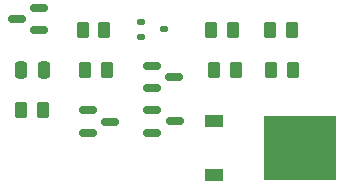
<source format=gbr>
%TF.GenerationSoftware,KiCad,Pcbnew,9.0.4*%
%TF.CreationDate,2025-11-06T21:14:43+01:00*%
%TF.ProjectId,pwr_latcher,7077725f-6c61-4746-9368-65722e6b6963,rev?*%
%TF.SameCoordinates,Original*%
%TF.FileFunction,Paste,Top*%
%TF.FilePolarity,Positive*%
%FSLAX46Y46*%
G04 Gerber Fmt 4.6, Leading zero omitted, Abs format (unit mm)*
G04 Created by KiCad (PCBNEW 9.0.4) date 2025-11-06 21:14:43*
%MOMM*%
%LPD*%
G01*
G04 APERTURE LIST*
G04 Aperture macros list*
%AMRoundRect*
0 Rectangle with rounded corners*
0 $1 Rounding radius*
0 $2 $3 $4 $5 $6 $7 $8 $9 X,Y pos of 4 corners*
0 Add a 4 corners polygon primitive as box body*
4,1,4,$2,$3,$4,$5,$6,$7,$8,$9,$2,$3,0*
0 Add four circle primitives for the rounded corners*
1,1,$1+$1,$2,$3*
1,1,$1+$1,$4,$5*
1,1,$1+$1,$6,$7*
1,1,$1+$1,$8,$9*
0 Add four rect primitives between the rounded corners*
20,1,$1+$1,$2,$3,$4,$5,0*
20,1,$1+$1,$4,$5,$6,$7,0*
20,1,$1+$1,$6,$7,$8,$9,0*
20,1,$1+$1,$8,$9,$2,$3,0*%
G04 Aperture macros list end*
%ADD10RoundRect,0.250000X-0.262500X-0.450000X0.262500X-0.450000X0.262500X0.450000X-0.262500X0.450000X0*%
%ADD11RoundRect,0.150000X-0.587500X-0.150000X0.587500X-0.150000X0.587500X0.150000X-0.587500X0.150000X0*%
%ADD12R,1.600000X1.000000*%
%ADD13R,6.200000X5.400000*%
%ADD14RoundRect,0.112500X-0.237500X0.112500X-0.237500X-0.112500X0.237500X-0.112500X0.237500X0.112500X0*%
%ADD15RoundRect,0.250000X0.250000X0.475000X-0.250000X0.475000X-0.250000X-0.475000X0.250000X-0.475000X0*%
%ADD16RoundRect,0.150000X0.587500X0.150000X-0.587500X0.150000X-0.587500X-0.150000X0.587500X-0.150000X0*%
G04 APERTURE END LIST*
D10*
%TO.C,R3*%
X171549400Y-87800000D03*
X173374400Y-87800000D03*
%TD*%
%TO.C,R5*%
X155600000Y-84448000D03*
X157425000Y-84448000D03*
%TD*%
%TO.C,R7*%
X171450000Y-84450000D03*
X173275000Y-84450000D03*
%TD*%
%TO.C,R6*%
X166475000Y-84448000D03*
X168300000Y-84448000D03*
%TD*%
%TO.C,R4*%
X166727200Y-87800000D03*
X168552200Y-87800000D03*
%TD*%
D11*
%TO.C,Q1*%
X156062200Y-91216400D03*
X156062200Y-93116400D03*
X157937200Y-92166400D03*
%TD*%
D12*
%TO.C,Q4*%
X166690000Y-92106400D03*
D13*
X173990000Y-94386400D03*
D12*
X166690000Y-96666400D03*
%TD*%
D14*
%TO.C,D1*%
X160500000Y-83698000D03*
X160500000Y-84998000D03*
X162500000Y-84348000D03*
%TD*%
D15*
%TO.C,C1*%
X152300000Y-87800000D03*
X150400000Y-87800000D03*
%TD*%
D11*
%TO.C,Q3*%
X161444000Y-87444400D03*
X161444000Y-89344400D03*
X163319000Y-88394400D03*
%TD*%
%TO.C,Q2*%
X161497800Y-91201200D03*
X161497800Y-93101200D03*
X163372800Y-92151200D03*
%TD*%
D16*
%TO.C,Q5*%
X151900000Y-84450000D03*
X151900000Y-82550000D03*
X150025000Y-83500000D03*
%TD*%
D10*
%TO.C,R2*%
X150369900Y-91186000D03*
X152194900Y-91186000D03*
%TD*%
%TO.C,R1*%
X155809000Y-87800000D03*
X157634000Y-87800000D03*
%TD*%
M02*

</source>
